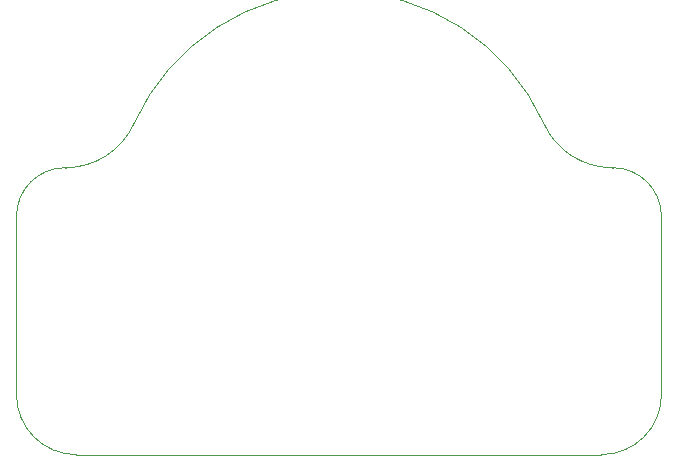
<source format=gbr>
%TF.GenerationSoftware,KiCad,Pcbnew,(6.0.9)*%
%TF.CreationDate,2023-01-27T20:10:08-09:00*%
%TF.ProjectId,GAUGE_Dual Needle Instruments,47415547-455f-4447-9561-6c204e656564,rev?*%
%TF.SameCoordinates,Original*%
%TF.FileFunction,Profile,NP*%
%FSLAX46Y46*%
G04 Gerber Fmt 4.6, Leading zero omitted, Abs format (unit mm)*
G04 Created by KiCad (PCBNEW (6.0.9)) date 2023-01-27 20:10:08*
%MOMM*%
%LPD*%
G01*
G04 APERTURE LIST*
%TA.AperFunction,Profile*%
%ADD10C,0.050000*%
%TD*%
G04 APERTURE END LIST*
D10*
X204416840Y-138909831D02*
G75*
G03*
X209496840Y-133829831I0J5080000D01*
G01*
X154886842Y-133829831D02*
G75*
G03*
X159966842Y-138909831I5080000J0D01*
G01*
X199545583Y-110885052D02*
G75*
G03*
X164836362Y-110888890I-17353742J-7858124D01*
G01*
X154886842Y-118743176D02*
X154886842Y-133829831D01*
X199545584Y-110885052D02*
G75*
G03*
X205325951Y-114615675I5784580J2619376D01*
G01*
X159053518Y-114615677D02*
G75*
G03*
X164836360Y-110888890I0J6350001D01*
G01*
X209496840Y-118743176D02*
X209496840Y-133829831D01*
X209496840Y-118743176D02*
G75*
G03*
X205369341Y-114615677I-4127499J0D01*
G01*
X159014341Y-114615676D02*
G75*
G03*
X154886841Y-118743176I0J-4127500D01*
G01*
X159053518Y-114615677D02*
X159014341Y-114615677D01*
X205369341Y-114615676D02*
X205325951Y-114615675D01*
X159966842Y-138909831D02*
X204416840Y-138909831D01*
M02*

</source>
